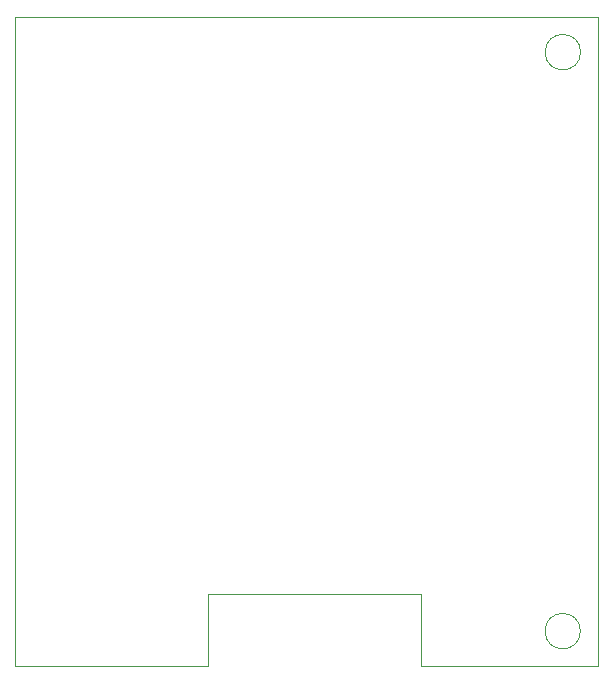
<source format=gbr>
%TF.GenerationSoftware,KiCad,Pcbnew,5.1.6-c6e7f7d~87~ubuntu20.04.1*%
%TF.CreationDate,2021-01-31T19:29:29+07:00*%
%TF.ProjectId,kh-gift-hw,6b682d67-6966-4742-9d68-772e6b696361,rev?*%
%TF.SameCoordinates,Original*%
%TF.FileFunction,Profile,NP*%
%FSLAX46Y46*%
G04 Gerber Fmt 4.6, Leading zero omitted, Abs format (unit mm)*
G04 Created by KiCad (PCBNEW 5.1.6-c6e7f7d~87~ubuntu20.04.1) date 2021-01-31 19:29:29*
%MOMM*%
%LPD*%
G01*
G04 APERTURE LIST*
%TA.AperFunction,Profile*%
%ADD10C,0.050000*%
%TD*%
G04 APERTURE END LIST*
D10*
X117740000Y-120410000D02*
G75*
G03*
X117740000Y-120410000I-1500000J0D01*
G01*
X117730000Y-169430000D02*
G75*
G03*
X117730000Y-169430000I-1500000J0D01*
G01*
X104250000Y-172420000D02*
X119250000Y-172420000D01*
X104250000Y-166320000D02*
X104250000Y-172420000D01*
X86220000Y-166320000D02*
X104250000Y-166320000D01*
X86220000Y-172420000D02*
X86220000Y-166320000D01*
X119250000Y-117410000D02*
X119250000Y-172420000D01*
X119250000Y-117410000D02*
X69850000Y-117410000D01*
X69850000Y-117410000D02*
X69850000Y-172420000D01*
X86220000Y-172420000D02*
X69850000Y-172420000D01*
M02*

</source>
